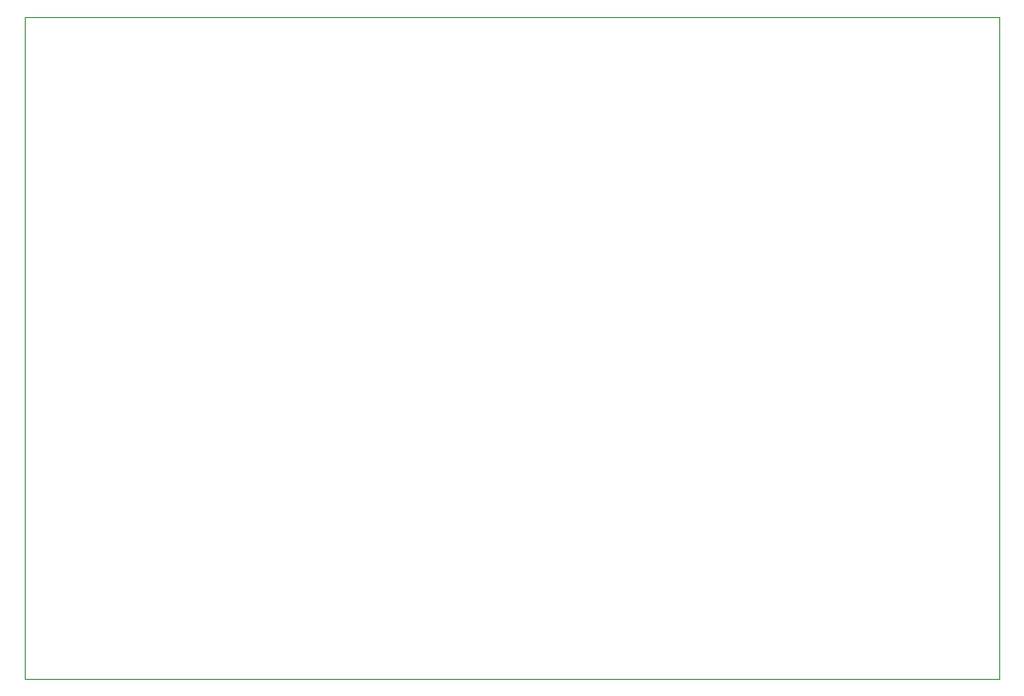
<source format=gm1>
G04 #@! TF.GenerationSoftware,KiCad,Pcbnew,9.0.7*
G04 #@! TF.CreationDate,2026-02-15T20:38:08+11:00*
G04 #@! TF.ProjectId,AmigaUSBFloppy,416d6967-6155-4534-9246-6c6f7070792e,rev?*
G04 #@! TF.SameCoordinates,Original*
G04 #@! TF.FileFunction,Profile,NP*
%FSLAX46Y46*%
G04 Gerber Fmt 4.6, Leading zero omitted, Abs format (unit mm)*
G04 Created by KiCad (PCBNEW 9.0.7) date 2026-02-15 20:38:08*
%MOMM*%
%LPD*%
G01*
G04 APERTURE LIST*
G04 #@! TA.AperFunction,Profile*
%ADD10C,0.100000*%
G04 #@! TD*
G04 APERTURE END LIST*
D10*
X107240000Y-55837500D02*
X193900000Y-55837500D01*
X193900000Y-114737500D01*
X107240000Y-114737500D01*
X107240000Y-55837500D01*
M02*

</source>
